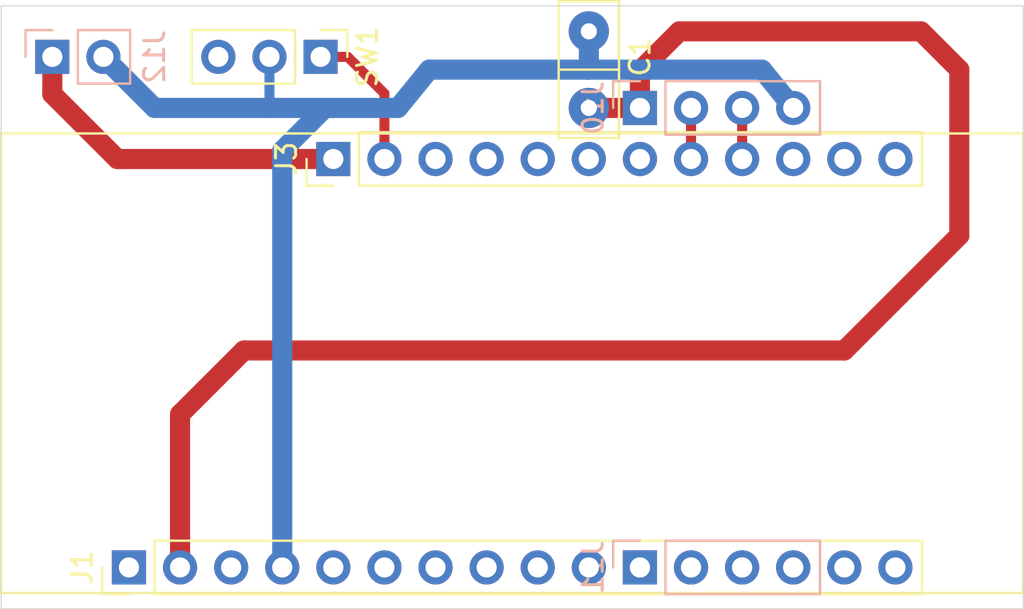
<source format=kicad_pcb>
(kicad_pcb (version 20171130) (host pcbnew 5.1.5+dfsg1-2build2)

  (general
    (thickness 1.6)
    (drawings 8)
    (tracks 33)
    (zones 0)
    (modules 7)
    (nets 30)
  )

  (page A4)
  (layers
    (0 F.Cu signal)
    (31 B.Cu signal)
    (32 B.Adhes user)
    (33 F.Adhes user)
    (34 B.Paste user)
    (35 F.Paste user)
    (36 B.SilkS user)
    (37 F.SilkS user)
    (38 B.Mask user)
    (39 F.Mask user)
    (40 Dwgs.User user)
    (41 Cmts.User user)
    (42 Eco1.User user)
    (43 Eco2.User user)
    (44 Edge.Cuts user)
    (45 Margin user)
    (46 B.CrtYd user)
    (47 F.CrtYd user)
    (48 B.Fab user hide)
    (49 F.Fab user hide)
  )

  (setup
    (last_trace_width 1)
    (user_trace_width 0.5)
    (user_trace_width 0.75)
    (user_trace_width 1)
    (trace_clearance 0.2)
    (zone_clearance 0.508)
    (zone_45_only no)
    (trace_min 0.2)
    (via_size 0.8)
    (via_drill 0.4)
    (via_min_size 0.4)
    (via_min_drill 0.3)
    (uvia_size 0.3)
    (uvia_drill 0.1)
    (uvias_allowed no)
    (uvia_min_size 0.2)
    (uvia_min_drill 0.1)
    (edge_width 0.05)
    (segment_width 0.2)
    (pcb_text_width 0.3)
    (pcb_text_size 1.5 1.5)
    (mod_edge_width 0.12)
    (mod_text_size 1 1)
    (mod_text_width 0.15)
    (pad_size 1.524 1.524)
    (pad_drill 0.762)
    (pad_to_mask_clearance 0.051)
    (solder_mask_min_width 0.25)
    (aux_axis_origin 0 0)
    (visible_elements FFFFFF7F)
    (pcbplotparams
      (layerselection 0x010f0_ffffffff)
      (usegerberextensions false)
      (usegerberattributes true)
      (usegerberadvancedattributes false)
      (creategerberjobfile false)
      (excludeedgelayer false)
      (linewidth 0.100000)
      (plotframeref false)
      (viasonmask false)
      (mode 1)
      (useauxorigin true)
      (hpglpennumber 1)
      (hpglpenspeed 20)
      (hpglpendiameter 15.000000)
      (psnegative false)
      (psa4output false)
      (plotreference true)
      (plotvalue true)
      (plotinvisibletext false)
      (padsonsilk false)
      (subtractmaskfromsilk false)
      (outputformat 1)
      (mirror false)
      (drillshape 0)
      (scaleselection 1)
      (outputdirectory "gerber/"))
  )

  (net 0 "")
  (net 1 "Net-(J1-Pad16)")
  (net 2 "Net-(J1-Pad15)")
  (net 3 "Net-(J1-Pad14)")
  (net 4 "Net-(J1-Pad13)")
  (net 5 "Net-(J1-Pad12)")
  (net 6 "Net-(J1-Pad11)")
  (net 7 "Net-(J1-Pad10)")
  (net 8 "Net-(J1-Pad9)")
  (net 9 "Net-(J1-Pad8)")
  (net 10 "Net-(J1-Pad7)")
  (net 11 "Net-(J1-Pad6)")
  (net 12 "Net-(J1-Pad5)")
  (net 13 GND)
  (net 14 "Net-(J1-Pad3)")
  (net 15 +3V3)
  (net 16 "Net-(J1-Pad1)")
  (net 17 "Net-(J3-Pad12)")
  (net 18 "Net-(J3-Pad11)")
  (net 19 "Net-(J3-Pad10)")
  (net 20 "Net-(J10-Pad3)")
  (net 21 "Net-(J10-Pad2)")
  (net 22 "Net-(J3-Pad7)")
  (net 23 "Net-(J3-Pad6)")
  (net 24 "Net-(J3-Pad5)")
  (net 25 +5V)
  (net 26 "Net-(J3-Pad2)")
  (net 27 +BATT)
  (net 28 "Net-(SW1-Pad3)")
  (net 29 "Net-(J3-Pad4)")

  (net_class Default "This is the default net class."
    (clearance 0.2)
    (trace_width 0.25)
    (via_dia 0.8)
    (via_drill 0.4)
    (uvia_dia 0.3)
    (uvia_drill 0.1)
    (add_net +3V3)
    (add_net +5V)
    (add_net +BATT)
    (add_net GND)
    (add_net "Net-(J1-Pad1)")
    (add_net "Net-(J1-Pad10)")
    (add_net "Net-(J1-Pad11)")
    (add_net "Net-(J1-Pad12)")
    (add_net "Net-(J1-Pad13)")
    (add_net "Net-(J1-Pad14)")
    (add_net "Net-(J1-Pad15)")
    (add_net "Net-(J1-Pad16)")
    (add_net "Net-(J1-Pad3)")
    (add_net "Net-(J1-Pad5)")
    (add_net "Net-(J1-Pad6)")
    (add_net "Net-(J1-Pad7)")
    (add_net "Net-(J1-Pad8)")
    (add_net "Net-(J1-Pad9)")
    (add_net "Net-(J10-Pad2)")
    (add_net "Net-(J10-Pad3)")
    (add_net "Net-(J3-Pad10)")
    (add_net "Net-(J3-Pad11)")
    (add_net "Net-(J3-Pad12)")
    (add_net "Net-(J3-Pad2)")
    (add_net "Net-(J3-Pad4)")
    (add_net "Net-(J3-Pad5)")
    (add_net "Net-(J3-Pad6)")
    (add_net "Net-(J3-Pad7)")
    (add_net "Net-(SW1-Pad3)")
  )

  (module ath-eng-mk2-hardware:SIP-2 (layer F.Cu) (tedit 5ED69934) (tstamp 5ED6F5DF)
    (at 148.59 88.265 90)
    (path /5ECD7846)
    (fp_text reference C1 (at 0.635 2.54 90) (layer F.SilkS)
      (effects (font (size 1 1) (thickness 0.15)))
    )
    (fp_text value 10u (at 0 -2.5 90) (layer F.Fab)
      (effects (font (size 1 1) (thickness 0.15)))
    )
    (fp_line (start -3.16 1.25) (end -3.16 -1.25) (layer F.CrtYd) (width 0.05))
    (fp_line (start 3.16 1.25) (end -3.16 1.25) (layer F.CrtYd) (width 0.05))
    (fp_line (start 3.16 -1.25) (end 3.16 1.25) (layer F.CrtYd) (width 0.05))
    (fp_line (start -3.16 -1.25) (end 3.16 -1.25) (layer F.CrtYd) (width 0.05))
    (fp_line (start 0 -1.5) (end 0 1.5) (layer F.SilkS) (width 0.12))
    (fp_line (start -3.405 1.5) (end -3.405 -1.5) (layer F.SilkS) (width 0.12))
    (fp_line (start 3.405 1.5) (end -3.405 1.5) (layer F.SilkS) (width 0.12))
    (fp_line (start 3.405 -1.5) (end 3.405 1.5) (layer F.SilkS) (width 0.12))
    (fp_line (start -3.405 -1.5) (end 3.405 -1.5) (layer F.SilkS) (width 0.12))
    (pad 2 thru_hole circle (at 1.905 0 90) (size 2 2) (drill 0.8) (layers *.Cu *.Mask)
      (net 13 GND))
    (pad 1 thru_hole circle (at -1.905 0 90) (size 2 2) (drill 0.8) (layers *.Cu *.Mask)
      (net 15 +3V3))
  )

  (module Connector_PinHeader_2.54mm:PinHeader_1x03_P2.54mm_Vertical (layer F.Cu) (tedit 59FED5CC) (tstamp 5ECDA636)
    (at 135.255 87.63 270)
    (descr "Through hole straight pin header, 1x03, 2.54mm pitch, single row")
    (tags "Through hole pin header THT 1x03 2.54mm single row")
    (path /5ECC7451)
    (fp_text reference SW1 (at 0 -2.33 90) (layer F.SilkS)
      (effects (font (size 1 1) (thickness 0.15)))
    )
    (fp_text value PWR_SW (at 0 7.41 90) (layer F.Fab)
      (effects (font (size 1 1) (thickness 0.15)))
    )
    (fp_text user %R (at 0 2.54) (layer F.Fab)
      (effects (font (size 1 1) (thickness 0.15)))
    )
    (fp_line (start 1.8 -1.8) (end -1.8 -1.8) (layer F.CrtYd) (width 0.05))
    (fp_line (start 1.8 6.85) (end 1.8 -1.8) (layer F.CrtYd) (width 0.05))
    (fp_line (start -1.8 6.85) (end 1.8 6.85) (layer F.CrtYd) (width 0.05))
    (fp_line (start -1.8 -1.8) (end -1.8 6.85) (layer F.CrtYd) (width 0.05))
    (fp_line (start -1.33 -1.33) (end 0 -1.33) (layer F.SilkS) (width 0.12))
    (fp_line (start -1.33 0) (end -1.33 -1.33) (layer F.SilkS) (width 0.12))
    (fp_line (start -1.33 1.27) (end 1.33 1.27) (layer F.SilkS) (width 0.12))
    (fp_line (start 1.33 1.27) (end 1.33 6.41) (layer F.SilkS) (width 0.12))
    (fp_line (start -1.33 1.27) (end -1.33 6.41) (layer F.SilkS) (width 0.12))
    (fp_line (start -1.33 6.41) (end 1.33 6.41) (layer F.SilkS) (width 0.12))
    (fp_line (start -1.27 -0.635) (end -0.635 -1.27) (layer F.Fab) (width 0.1))
    (fp_line (start -1.27 6.35) (end -1.27 -0.635) (layer F.Fab) (width 0.1))
    (fp_line (start 1.27 6.35) (end -1.27 6.35) (layer F.Fab) (width 0.1))
    (fp_line (start 1.27 -1.27) (end 1.27 6.35) (layer F.Fab) (width 0.1))
    (fp_line (start -0.635 -1.27) (end 1.27 -1.27) (layer F.Fab) (width 0.1))
    (pad 3 thru_hole oval (at 0 5.08 270) (size 1.7 1.7) (drill 1) (layers *.Cu *.Mask)
      (net 28 "Net-(SW1-Pad3)"))
    (pad 2 thru_hole oval (at 0 2.54 270) (size 1.7 1.7) (drill 1) (layers *.Cu *.Mask)
      (net 13 GND))
    (pad 1 thru_hole rect (at 0 0 270) (size 1.7 1.7) (drill 1) (layers *.Cu *.Mask)
      (net 26 "Net-(J3-Pad2)"))
    (model ${KISYS3DMOD}/Connector_PinHeader_2.54mm.3dshapes/PinHeader_1x03_P2.54mm_Vertical.wrl
      (at (xyz 0 0 0))
      (scale (xyz 1 1 1))
      (rotate (xyz 0 0 0))
    )
  )

  (module Connector_PinHeader_2.54mm:PinHeader_1x02_P2.54mm_Vertical (layer B.Cu) (tedit 59FED5CC) (tstamp 5ECDA77A)
    (at 121.92 87.63 270)
    (descr "Through hole straight pin header, 1x02, 2.54mm pitch, single row")
    (tags "Through hole pin header THT 1x02 2.54mm single row")
    (path /5ECF1AB5)
    (fp_text reference J12 (at 0 -5.08 90) (layer B.SilkS)
      (effects (font (size 1 1) (thickness 0.15)) (justify mirror))
    )
    (fp_text value Conn_01x02 (at 0 -4.87 90) (layer B.Fab)
      (effects (font (size 1 1) (thickness 0.15)) (justify mirror))
    )
    (fp_text user %R (at 0 -1.27 180) (layer B.Fab)
      (effects (font (size 1 1) (thickness 0.15)) (justify mirror))
    )
    (fp_line (start 1.8 1.8) (end -1.8 1.8) (layer B.CrtYd) (width 0.05))
    (fp_line (start 1.8 -4.35) (end 1.8 1.8) (layer B.CrtYd) (width 0.05))
    (fp_line (start -1.8 -4.35) (end 1.8 -4.35) (layer B.CrtYd) (width 0.05))
    (fp_line (start -1.8 1.8) (end -1.8 -4.35) (layer B.CrtYd) (width 0.05))
    (fp_line (start -1.33 1.33) (end 0 1.33) (layer B.SilkS) (width 0.12))
    (fp_line (start -1.33 0) (end -1.33 1.33) (layer B.SilkS) (width 0.12))
    (fp_line (start -1.33 -1.27) (end 1.33 -1.27) (layer B.SilkS) (width 0.12))
    (fp_line (start 1.33 -1.27) (end 1.33 -3.87) (layer B.SilkS) (width 0.12))
    (fp_line (start -1.33 -1.27) (end -1.33 -3.87) (layer B.SilkS) (width 0.12))
    (fp_line (start -1.33 -3.87) (end 1.33 -3.87) (layer B.SilkS) (width 0.12))
    (fp_line (start -1.27 0.635) (end -0.635 1.27) (layer B.Fab) (width 0.1))
    (fp_line (start -1.27 -3.81) (end -1.27 0.635) (layer B.Fab) (width 0.1))
    (fp_line (start 1.27 -3.81) (end -1.27 -3.81) (layer B.Fab) (width 0.1))
    (fp_line (start 1.27 1.27) (end 1.27 -3.81) (layer B.Fab) (width 0.1))
    (fp_line (start -0.635 1.27) (end 1.27 1.27) (layer B.Fab) (width 0.1))
    (pad 2 thru_hole oval (at 0 -2.54 270) (size 1.7 1.7) (drill 1) (layers *.Cu *.Mask)
      (net 13 GND))
    (pad 1 thru_hole rect (at 0 0 270) (size 1.7 1.7) (drill 1) (layers *.Cu *.Mask)
      (net 27 +BATT))
    (model ${KISYS3DMOD}/Connector_PinHeader_2.54mm.3dshapes/PinHeader_1x02_P2.54mm_Vertical.wrl
      (at (xyz 0 0 0))
      (scale (xyz 1 1 1))
      (rotate (xyz 0 0 0))
    )
  )

  (module Connector_PinHeader_2.54mm:PinHeader_1x04_P2.54mm_Vertical (layer B.Cu) (tedit 59FED5CC) (tstamp 5ECDAB93)
    (at 151.13 113.03 270)
    (descr "Through hole straight pin header, 1x04, 2.54mm pitch, single row")
    (tags "Through hole pin header THT 1x04 2.54mm single row")
    (path /5ECD03A9)
    (fp_text reference J11 (at 0 2.33 270) (layer B.SilkS)
      (effects (font (size 1 1) (thickness 0.15)) (justify mirror))
    )
    (fp_text value Conn_01x04 (at 0 -9.95 270) (layer B.Fab)
      (effects (font (size 1 1) (thickness 0.15)) (justify mirror))
    )
    (fp_text user %R (at 0 -3.81) (layer B.Fab)
      (effects (font (size 1 1) (thickness 0.15)) (justify mirror))
    )
    (fp_line (start 1.8 1.8) (end -1.8 1.8) (layer B.CrtYd) (width 0.05))
    (fp_line (start 1.8 -9.4) (end 1.8 1.8) (layer B.CrtYd) (width 0.05))
    (fp_line (start -1.8 -9.4) (end 1.8 -9.4) (layer B.CrtYd) (width 0.05))
    (fp_line (start -1.8 1.8) (end -1.8 -9.4) (layer B.CrtYd) (width 0.05))
    (fp_line (start -1.33 1.33) (end 0 1.33) (layer B.SilkS) (width 0.12))
    (fp_line (start -1.33 0) (end -1.33 1.33) (layer B.SilkS) (width 0.12))
    (fp_line (start -1.33 -1.27) (end 1.33 -1.27) (layer B.SilkS) (width 0.12))
    (fp_line (start 1.33 -1.27) (end 1.33 -8.95) (layer B.SilkS) (width 0.12))
    (fp_line (start -1.33 -1.27) (end -1.33 -8.95) (layer B.SilkS) (width 0.12))
    (fp_line (start -1.33 -8.95) (end 1.33 -8.95) (layer B.SilkS) (width 0.12))
    (fp_line (start -1.27 0.635) (end -0.635 1.27) (layer B.Fab) (width 0.1))
    (fp_line (start -1.27 -8.89) (end -1.27 0.635) (layer B.Fab) (width 0.1))
    (fp_line (start 1.27 -8.89) (end -1.27 -8.89) (layer B.Fab) (width 0.1))
    (fp_line (start 1.27 1.27) (end 1.27 -8.89) (layer B.Fab) (width 0.1))
    (fp_line (start -0.635 1.27) (end 1.27 1.27) (layer B.Fab) (width 0.1))
    (pad 4 thru_hole oval (at 0 -7.62 270) (size 1.7 1.7) (drill 1) (layers *.Cu *.Mask)
      (net 3 "Net-(J1-Pad14)"))
    (pad 3 thru_hole oval (at 0 -5.08 270) (size 1.7 1.7) (drill 1) (layers *.Cu *.Mask)
      (net 4 "Net-(J1-Pad13)"))
    (pad 2 thru_hole oval (at 0 -2.54 270) (size 1.7 1.7) (drill 1) (layers *.Cu *.Mask)
      (net 5 "Net-(J1-Pad12)"))
    (pad 1 thru_hole rect (at 0 0 270) (size 1.7 1.7) (drill 1) (layers *.Cu *.Mask)
      (net 6 "Net-(J1-Pad11)"))
    (model ${KISYS3DMOD}/Connector_PinHeader_2.54mm.3dshapes/PinHeader_1x04_P2.54mm_Vertical.wrl
      (at (xyz 0 0 0))
      (scale (xyz 1 1 1))
      (rotate (xyz 0 0 0))
    )
  )

  (module Connector_PinHeader_2.54mm:PinHeader_1x04_P2.54mm_Vertical (layer B.Cu) (tedit 59FED5CC) (tstamp 5ECDAC35)
    (at 151.13 90.17 270)
    (descr "Through hole straight pin header, 1x04, 2.54mm pitch, single row")
    (tags "Through hole pin header THT 1x04 2.54mm single row")
    (path /5ECCF13B)
    (fp_text reference J10 (at 0 2.33 270) (layer B.SilkS)
      (effects (font (size 1 1) (thickness 0.15)) (justify mirror))
    )
    (fp_text value Conn_01x04 (at 0 -9.95 270) (layer B.Fab)
      (effects (font (size 1 1) (thickness 0.15)) (justify mirror))
    )
    (fp_text user %R (at 0 -3.81) (layer B.Fab)
      (effects (font (size 1 1) (thickness 0.15)) (justify mirror))
    )
    (fp_line (start 1.8 1.8) (end -1.8 1.8) (layer B.CrtYd) (width 0.05))
    (fp_line (start 1.8 -9.4) (end 1.8 1.8) (layer B.CrtYd) (width 0.05))
    (fp_line (start -1.8 -9.4) (end 1.8 -9.4) (layer B.CrtYd) (width 0.05))
    (fp_line (start -1.8 1.8) (end -1.8 -9.4) (layer B.CrtYd) (width 0.05))
    (fp_line (start -1.33 1.33) (end 0 1.33) (layer B.SilkS) (width 0.12))
    (fp_line (start -1.33 0) (end -1.33 1.33) (layer B.SilkS) (width 0.12))
    (fp_line (start -1.33 -1.27) (end 1.33 -1.27) (layer B.SilkS) (width 0.12))
    (fp_line (start 1.33 -1.27) (end 1.33 -8.95) (layer B.SilkS) (width 0.12))
    (fp_line (start -1.33 -1.27) (end -1.33 -8.95) (layer B.SilkS) (width 0.12))
    (fp_line (start -1.33 -8.95) (end 1.33 -8.95) (layer B.SilkS) (width 0.12))
    (fp_line (start -1.27 0.635) (end -0.635 1.27) (layer B.Fab) (width 0.1))
    (fp_line (start -1.27 -8.89) (end -1.27 0.635) (layer B.Fab) (width 0.1))
    (fp_line (start 1.27 -8.89) (end -1.27 -8.89) (layer B.Fab) (width 0.1))
    (fp_line (start 1.27 1.27) (end 1.27 -8.89) (layer B.Fab) (width 0.1))
    (fp_line (start -0.635 1.27) (end 1.27 1.27) (layer B.Fab) (width 0.1))
    (pad 4 thru_hole oval (at 0 -7.62 270) (size 1.7 1.7) (drill 1) (layers *.Cu *.Mask)
      (net 13 GND))
    (pad 3 thru_hole oval (at 0 -5.08 270) (size 1.7 1.7) (drill 1) (layers *.Cu *.Mask)
      (net 20 "Net-(J10-Pad3)"))
    (pad 2 thru_hole oval (at 0 -2.54 270) (size 1.7 1.7) (drill 1) (layers *.Cu *.Mask)
      (net 21 "Net-(J10-Pad2)"))
    (pad 1 thru_hole rect (at 0 0 270) (size 1.7 1.7) (drill 1) (layers *.Cu *.Mask)
      (net 15 +3V3))
    (model ${KISYS3DMOD}/Connector_PinHeader_2.54mm.3dshapes/PinHeader_1x04_P2.54mm_Vertical.wrl
      (at (xyz 0 0 0))
      (scale (xyz 1 1 1))
      (rotate (xyz 0 0 0))
    )
  )

  (module Connector_PinHeader_2.54mm:PinHeader_1x12_P2.54mm_Vertical (layer F.Cu) (tedit 59FED5CC) (tstamp 5ECDABE0)
    (at 135.89 92.71 90)
    (descr "Through hole straight pin header, 1x12, 2.54mm pitch, single row")
    (tags "Through hole pin header THT 1x12 2.54mm single row")
    (path /5EC6F014)
    (fp_text reference J3 (at 0 -2.33 90) (layer F.SilkS)
      (effects (font (size 1 1) (thickness 0.15)))
    )
    (fp_text value Conn_01x12 (at 0 30.27 90) (layer F.Fab)
      (effects (font (size 1 1) (thickness 0.15)))
    )
    (fp_text user %R (at 0 13.97) (layer F.Fab)
      (effects (font (size 1 1) (thickness 0.15)))
    )
    (fp_line (start 1.8 -1.8) (end -1.8 -1.8) (layer F.CrtYd) (width 0.05))
    (fp_line (start 1.8 29.75) (end 1.8 -1.8) (layer F.CrtYd) (width 0.05))
    (fp_line (start -1.8 29.75) (end 1.8 29.75) (layer F.CrtYd) (width 0.05))
    (fp_line (start -1.8 -1.8) (end -1.8 29.75) (layer F.CrtYd) (width 0.05))
    (fp_line (start -1.33 -1.33) (end 0 -1.33) (layer F.SilkS) (width 0.12))
    (fp_line (start -1.33 0) (end -1.33 -1.33) (layer F.SilkS) (width 0.12))
    (fp_line (start -1.33 1.27) (end 1.33 1.27) (layer F.SilkS) (width 0.12))
    (fp_line (start 1.33 1.27) (end 1.33 29.27) (layer F.SilkS) (width 0.12))
    (fp_line (start -1.33 1.27) (end -1.33 29.27) (layer F.SilkS) (width 0.12))
    (fp_line (start -1.33 29.27) (end 1.33 29.27) (layer F.SilkS) (width 0.12))
    (fp_line (start -1.27 -0.635) (end -0.635 -1.27) (layer F.Fab) (width 0.1))
    (fp_line (start -1.27 29.21) (end -1.27 -0.635) (layer F.Fab) (width 0.1))
    (fp_line (start 1.27 29.21) (end -1.27 29.21) (layer F.Fab) (width 0.1))
    (fp_line (start 1.27 -1.27) (end 1.27 29.21) (layer F.Fab) (width 0.1))
    (fp_line (start -0.635 -1.27) (end 1.27 -1.27) (layer F.Fab) (width 0.1))
    (pad 12 thru_hole oval (at 0 27.94 90) (size 1.7 1.7) (drill 1) (layers *.Cu *.Mask)
      (net 17 "Net-(J3-Pad12)"))
    (pad 11 thru_hole oval (at 0 25.4 90) (size 1.7 1.7) (drill 1) (layers *.Cu *.Mask)
      (net 18 "Net-(J3-Pad11)"))
    (pad 10 thru_hole oval (at 0 22.86 90) (size 1.7 1.7) (drill 1) (layers *.Cu *.Mask)
      (net 19 "Net-(J3-Pad10)"))
    (pad 9 thru_hole oval (at 0 20.32 90) (size 1.7 1.7) (drill 1) (layers *.Cu *.Mask)
      (net 20 "Net-(J10-Pad3)"))
    (pad 8 thru_hole oval (at 0 17.78 90) (size 1.7 1.7) (drill 1) (layers *.Cu *.Mask)
      (net 21 "Net-(J10-Pad2)"))
    (pad 7 thru_hole oval (at 0 15.24 90) (size 1.7 1.7) (drill 1) (layers *.Cu *.Mask)
      (net 22 "Net-(J3-Pad7)"))
    (pad 6 thru_hole oval (at 0 12.7 90) (size 1.7 1.7) (drill 1) (layers *.Cu *.Mask)
      (net 23 "Net-(J3-Pad6)"))
    (pad 5 thru_hole oval (at 0 10.16 90) (size 1.7 1.7) (drill 1) (layers *.Cu *.Mask)
      (net 24 "Net-(J3-Pad5)"))
    (pad 4 thru_hole oval (at 0 7.62 90) (size 1.7 1.7) (drill 1) (layers *.Cu *.Mask)
      (net 29 "Net-(J3-Pad4)"))
    (pad 3 thru_hole oval (at 0 5.08 90) (size 1.7 1.7) (drill 1) (layers *.Cu *.Mask)
      (net 25 +5V))
    (pad 2 thru_hole oval (at 0 2.54 90) (size 1.7 1.7) (drill 1) (layers *.Cu *.Mask)
      (net 26 "Net-(J3-Pad2)"))
    (pad 1 thru_hole rect (at 0 0 90) (size 1.7 1.7) (drill 1) (layers *.Cu *.Mask)
      (net 27 +BATT))
    (model ${KISYS3DMOD}/Connector_PinHeader_2.54mm.3dshapes/PinHeader_1x12_P2.54mm_Vertical.wrl
      (at (xyz 0 0 0))
      (scale (xyz 1 1 1))
      (rotate (xyz 0 0 0))
    )
  )

  (module Connector_PinHeader_2.54mm:PinHeader_1x16_P2.54mm_Vertical (layer F.Cu) (tedit 59FED5CC) (tstamp 5ECDAC86)
    (at 125.73 113.03 90)
    (descr "Through hole straight pin header, 1x16, 2.54mm pitch, single row")
    (tags "Through hole pin header THT 1x16 2.54mm single row")
    (path /5EC6FABB)
    (fp_text reference J1 (at 0 -2.33 90) (layer F.SilkS)
      (effects (font (size 1 1) (thickness 0.15)))
    )
    (fp_text value Conn_01x16 (at 0 40.43 90) (layer F.Fab) hide
      (effects (font (size 1 1) (thickness 0.15)))
    )
    (fp_text user %R (at 0 19.05) (layer F.Fab)
      (effects (font (size 1 1) (thickness 0.15)))
    )
    (fp_line (start 1.8 -1.8) (end -1.8 -1.8) (layer F.CrtYd) (width 0.05))
    (fp_line (start 1.8 39.9) (end 1.8 -1.8) (layer F.CrtYd) (width 0.05))
    (fp_line (start -1.8 39.9) (end 1.8 39.9) (layer F.CrtYd) (width 0.05))
    (fp_line (start -1.8 -1.8) (end -1.8 39.9) (layer F.CrtYd) (width 0.05))
    (fp_line (start -1.33 -1.33) (end 0 -1.33) (layer F.SilkS) (width 0.12))
    (fp_line (start -1.33 0) (end -1.33 -1.33) (layer F.SilkS) (width 0.12))
    (fp_line (start -1.33 1.27) (end 1.33 1.27) (layer F.SilkS) (width 0.12))
    (fp_line (start 1.33 1.27) (end 1.33 39.43) (layer F.SilkS) (width 0.12))
    (fp_line (start -1.33 1.27) (end -1.33 39.43) (layer F.SilkS) (width 0.12))
    (fp_line (start -1.33 39.43) (end 1.33 39.43) (layer F.SilkS) (width 0.12))
    (fp_line (start -1.27 -0.635) (end -0.635 -1.27) (layer F.Fab) (width 0.1))
    (fp_line (start -1.27 39.37) (end -1.27 -0.635) (layer F.Fab) (width 0.1))
    (fp_line (start 1.27 39.37) (end -1.27 39.37) (layer F.Fab) (width 0.1))
    (fp_line (start 1.27 -1.27) (end 1.27 39.37) (layer F.Fab) (width 0.1))
    (fp_line (start -0.635 -1.27) (end 1.27 -1.27) (layer F.Fab) (width 0.1))
    (pad 16 thru_hole oval (at 0 38.1 90) (size 1.7 1.7) (drill 1) (layers *.Cu *.Mask)
      (net 1 "Net-(J1-Pad16)"))
    (pad 15 thru_hole oval (at 0 35.56 90) (size 1.7 1.7) (drill 1) (layers *.Cu *.Mask)
      (net 2 "Net-(J1-Pad15)"))
    (pad 14 thru_hole oval (at 0 33.02 90) (size 1.7 1.7) (drill 1) (layers *.Cu *.Mask)
      (net 3 "Net-(J1-Pad14)"))
    (pad 13 thru_hole oval (at 0 30.48 90) (size 1.7 1.7) (drill 1) (layers *.Cu *.Mask)
      (net 4 "Net-(J1-Pad13)"))
    (pad 12 thru_hole oval (at 0 27.94 90) (size 1.7 1.7) (drill 1) (layers *.Cu *.Mask)
      (net 5 "Net-(J1-Pad12)"))
    (pad 11 thru_hole oval (at 0 25.4 90) (size 1.7 1.7) (drill 1) (layers *.Cu *.Mask)
      (net 6 "Net-(J1-Pad11)"))
    (pad 10 thru_hole oval (at 0 22.86 90) (size 1.7 1.7) (drill 1) (layers *.Cu *.Mask)
      (net 7 "Net-(J1-Pad10)"))
    (pad 9 thru_hole oval (at 0 20.32 90) (size 1.7 1.7) (drill 1) (layers *.Cu *.Mask)
      (net 8 "Net-(J1-Pad9)"))
    (pad 8 thru_hole oval (at 0 17.78 90) (size 1.7 1.7) (drill 1) (layers *.Cu *.Mask)
      (net 9 "Net-(J1-Pad8)"))
    (pad 7 thru_hole oval (at 0 15.24 90) (size 1.7 1.7) (drill 1) (layers *.Cu *.Mask)
      (net 10 "Net-(J1-Pad7)"))
    (pad 6 thru_hole oval (at 0 12.7 90) (size 1.7 1.7) (drill 1) (layers *.Cu *.Mask)
      (net 11 "Net-(J1-Pad6)"))
    (pad 5 thru_hole oval (at 0 10.16 90) (size 1.7 1.7) (drill 1) (layers *.Cu *.Mask)
      (net 12 "Net-(J1-Pad5)"))
    (pad 4 thru_hole oval (at 0 7.62 90) (size 1.7 1.7) (drill 1) (layers *.Cu *.Mask)
      (net 13 GND))
    (pad 3 thru_hole oval (at 0 5.08 90) (size 1.7 1.7) (drill 1) (layers *.Cu *.Mask)
      (net 14 "Net-(J1-Pad3)"))
    (pad 2 thru_hole oval (at 0 2.54 90) (size 1.7 1.7) (drill 1) (layers *.Cu *.Mask)
      (net 15 +3V3))
    (pad 1 thru_hole rect (at 0 0 90) (size 1.7 1.7) (drill 1) (layers *.Cu *.Mask)
      (net 16 "Net-(J1-Pad1)"))
    (model ${KISYS3DMOD}/Connector_PinHeader_2.54mm.3dshapes/PinHeader_1x16_P2.54mm_Vertical.wrl
      (at (xyz 0 0 0))
      (scale (xyz 1 1 1))
      (rotate (xyz 0 0 0))
    )
  )

  (gr_line (start 119.38 114.3) (end 119.38 91.44) (layer F.SilkS) (width 0.12) (tstamp 5ECDA9D0))
  (gr_line (start 170.18 114.3) (end 119.38 114.3) (layer F.SilkS) (width 0.12) (tstamp 5ECDAA7B))
  (gr_line (start 170.18 91.44) (end 170.18 114.3) (layer F.SilkS) (width 0.12) (tstamp 5ECDA9D6))
  (gr_line (start 119.38 91.44) (end 170.18 91.44) (layer F.SilkS) (width 0.12))
  (gr_line (start 119.38 115.09) (end 119.38 85.09) (layer Edge.Cuts) (width 0.05) (tstamp 5ECDA9CA))
  (gr_line (start 170.18 115.09) (end 119.38 115.09) (layer Edge.Cuts) (width 0.05) (tstamp 5ECDA9CD))
  (gr_line (start 170.18 85.09) (end 170.18 115.09) (layer Edge.Cuts) (width 0.05) (tstamp 5ECDA9D3))
  (gr_line (start 119.38 85.09) (end 170.18 85.09) (layer Edge.Cuts) (width 0.05))

  (segment (start 127 90.17) (end 124.46 87.63) (width 1) (layer B.Cu) (net 13))
  (segment (start 135.469998 90.17) (end 135.89 90.17) (width 1) (layer B.Cu) (net 13))
  (segment (start 133.35 92.289998) (end 135.469998 90.17) (width 1) (layer B.Cu) (net 13))
  (segment (start 133.35 113.03) (end 133.35 92.289998) (width 1) (layer B.Cu) (net 13))
  (segment (start 132.715 87.63) (end 132.715 90.17) (width 0.5) (layer B.Cu) (net 13))
  (segment (start 132.715 90.17) (end 127 90.17) (width 1) (layer B.Cu) (net 13))
  (segment (start 135.89 90.17) (end 132.715 90.17) (width 1) (layer B.Cu) (net 13))
  (segment (start 139.104002 90.17) (end 135.89 90.17) (width 1) (layer B.Cu) (net 13))
  (segment (start 140.654003 88.265) (end 139.104002 90.17) (width 1) (layer B.Cu) (net 13))
  (segment (start 158.75 90.17) (end 157.199999 88.265) (width 1) (layer B.Cu) (net 13))
  (segment (start 148.59 86.36) (end 148.59 88.265) (width 1) (layer B.Cu) (net 13))
  (segment (start 148.59 88.265) (end 140.654003 88.265) (width 1) (layer B.Cu) (net 13) (tstamp 5ED6F68F))
  (segment (start 157.199999 88.265) (end 148.59 88.265) (width 1) (layer B.Cu) (net 13))
  (segment (start 128.27 105.41) (end 128.27 113.03) (width 1) (layer F.Cu) (net 15))
  (segment (start 131.445 102.235) (end 128.27 105.41) (width 1) (layer F.Cu) (net 15))
  (segment (start 167.005 96.52) (end 161.29 102.235) (width 1) (layer F.Cu) (net 15))
  (segment (start 161.29 102.235) (end 131.445 102.235) (width 1) (layer F.Cu) (net 15))
  (segment (start 167.005 88.265) (end 167.005 96.52) (width 1) (layer F.Cu) (net 15))
  (segment (start 165.1 86.36) (end 167.005 88.265) (width 1) (layer F.Cu) (net 15))
  (segment (start 153.09 86.36) (end 165.1 86.36) (width 1) (layer F.Cu) (net 15))
  (segment (start 151.13 88.32) (end 153.09 86.36) (width 1) (layer F.Cu) (net 15))
  (segment (start 151.13 90.17) (end 151.13 88.32) (width 1) (layer F.Cu) (net 15))
  (segment (start 148.59 90.17) (end 151.13 90.17) (width 1) (layer F.Cu) (net 15))
  (segment (start 156.21 90.17) (end 156.21 92.71) (width 0.5) (layer F.Cu) (net 20))
  (segment (start 153.67 90.17) (end 153.67 92.71) (width 0.5) (layer F.Cu) (net 21))
  (segment (start 138.43 91.507919) (end 138.43 92.71) (width 0.5) (layer F.Cu) (net 26))
  (segment (start 138.43 89.455) (end 138.43 91.507919) (width 0.5) (layer F.Cu) (net 26))
  (segment (start 136.605 87.63) (end 138.43 89.455) (width 0.5) (layer F.Cu) (net 26))
  (segment (start 135.255 87.63) (end 136.605 87.63) (width 0.5) (layer F.Cu) (net 26))
  (segment (start 134.04 92.71) (end 135.89 92.71) (width 1) (layer F.Cu) (net 27))
  (segment (start 125.15 92.71) (end 134.04 92.71) (width 1) (layer F.Cu) (net 27))
  (segment (start 121.92 89.48) (end 125.15 92.71) (width 1) (layer F.Cu) (net 27))
  (segment (start 121.92 87.63) (end 121.92 89.48) (width 1) (layer F.Cu) (net 27))

)

</source>
